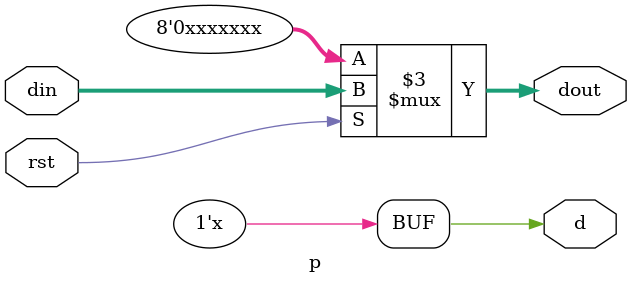
<source format=sv>
module p(
  input logic [7:0] din,
  input logic rst,
  output logic  d,
  output logic [7:0] dout
);
  always@(*) begin
    if(rst) dout = din;
    else begin
      d = dout[0];
      dout = {1'b0,dout[7:1]};
    end
  end

endmodule
</source>
